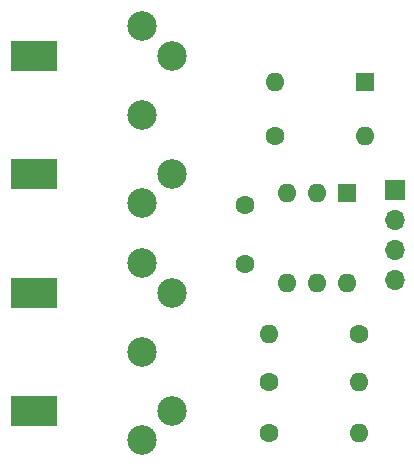
<source format=gbr>
%TF.GenerationSoftware,KiCad,Pcbnew,(6.0.5)*%
%TF.CreationDate,2022-08-17T10:56:13+01:00*%
%TF.ProjectId,MIDIModule3V3,4d494449-4d6f-4647-956c-653356332e6b,rev?*%
%TF.SameCoordinates,Original*%
%TF.FileFunction,Soldermask,Top*%
%TF.FilePolarity,Negative*%
%FSLAX46Y46*%
G04 Gerber Fmt 4.6, Leading zero omitted, Abs format (unit mm)*
G04 Created by KiCad (PCBNEW (6.0.5)) date 2022-08-17 10:56:13*
%MOMM*%
%LPD*%
G01*
G04 APERTURE LIST*
%ADD10O,1.600000X1.600000*%
%ADD11R,1.600000X1.600000*%
%ADD12C,1.600000*%
%ADD13R,1.700000X1.700000*%
%ADD14O,1.700000X1.700000*%
%ADD15C,2.499360*%
%ADD16R,4.000000X2.500000*%
G04 APERTURE END LIST*
D10*
%TO.C,U1*%
X137424000Y-88910000D03*
X134884000Y-88910000D03*
X132344000Y-88910000D03*
X132344000Y-81290000D03*
X134884000Y-81290000D03*
D11*
X137424000Y-81290000D03*
%TD*%
D12*
%TO.C,R4*%
X138430000Y-93218000D03*
D10*
X130810000Y-93218000D03*
%TD*%
D12*
%TO.C,R3*%
X130810000Y-97282000D03*
D10*
X138430000Y-97282000D03*
%TD*%
%TO.C,R2*%
X138430000Y-101600000D03*
D12*
X130810000Y-101600000D03*
%TD*%
%TO.C,R1*%
X131318000Y-76454000D03*
D10*
X138938000Y-76454000D03*
%TD*%
D13*
%TO.C,J3*%
X141478000Y-81036000D03*
D14*
X141478000Y-83576000D03*
X141478000Y-86116000D03*
X141478000Y-88656000D03*
%TD*%
D15*
%TO.C,J2*%
X120091200Y-87243920D03*
X122593100Y-99738180D03*
X120093740Y-94742000D03*
X120091200Y-102240080D03*
X122593100Y-89745820D03*
D16*
X110896300Y-99743260D03*
X110896300Y-89740740D03*
%TD*%
D15*
%TO.C,J1*%
X120091200Y-67177920D03*
X122593100Y-79672180D03*
X120093740Y-74676000D03*
X120091200Y-82174080D03*
X122593100Y-69679820D03*
D16*
X110896300Y-79677260D03*
X110896300Y-69674740D03*
%TD*%
D11*
%TO.C,D1*%
X138938000Y-71882000D03*
D10*
X131318000Y-71882000D03*
%TD*%
D12*
%TO.C,C1*%
X128778000Y-82336000D03*
X128778000Y-87336000D03*
%TD*%
M02*

</source>
